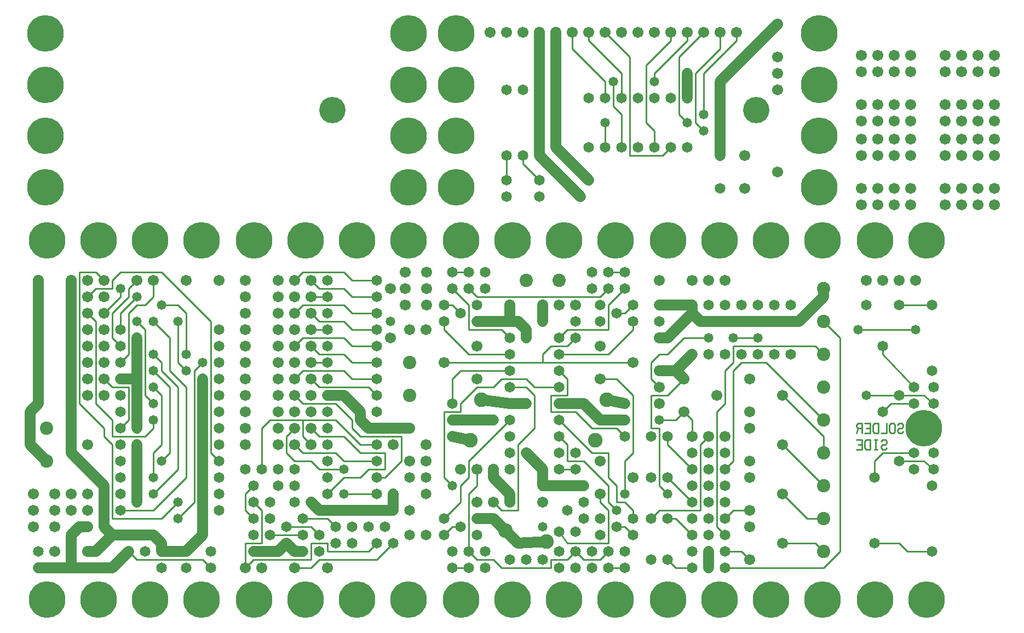
<source format=gbl>
%MOIN*%
%FSLAX25Y25*%
G04 D10 used for Character Trace; *
G04     Circle (OD=.01000) (No hole)*
G04 D11 used for Power Trace; *
G04     Circle (OD=.06700) (No hole)*
G04 D12 used for Signal Trace; *
G04     Circle (OD=.01100) (No hole)*
G04 D13 used for Via; *
G04     Circle (OD=.05800) (Round. Hole ID=.02800)*
G04 D14 used for Component hole; *
G04     Circle (OD=.06500) (Round. Hole ID=.03500)*
G04 D15 used for Component hole; *
G04     Circle (OD=.06700) (Round. Hole ID=.04300)*
G04 D16 used for Component hole; *
G04     Circle (OD=.08100) (Round. Hole ID=.05100)*
G04 D17 used for Component hole; *
G04     Circle (OD=.08900) (Round. Hole ID=.05900)*
G04 D18 used for Component hole; *
G04     Circle (OD=.11300) (Round. Hole ID=.08300)*
G04 D19 used for Component hole; *
G04     Circle (OD=.16000) (Round. Hole ID=.13000)*
G04 D20 used for Component hole; *
G04     Circle (OD=.18300) (Round. Hole ID=.15300)*
G04 D21 used for Component hole; *
G04     Circle (OD=.22291) (Round. Hole ID=.19291)*
%ADD10C,.01000*%
%ADD11C,.06700*%
%ADD12C,.01100*%
%ADD13C,.05800*%
%ADD14C,.06500*%
%ADD15C,.06700*%
%ADD16C,.08100*%
%ADD17C,.08900*%
%ADD18C,.11300*%
%ADD19C,.16000*%
%ADD20C,.18300*%
%ADD21C,.22291*%
%IPPOS*%
%LPD*%
G90*X0Y0D02*D21*X15625Y15625D03*D15*              
X30000Y35000D03*D11*X10000D01*D14*D03*D15*        
X20000Y45000D03*D14*X10000D03*D11*X30000Y35000D02*
Y55000D01*Y35000D02*X55000D01*D14*D03*D11*        
X65000Y45000D01*D14*D03*D12*X70000Y40000D01*      
X110000D01*X115000Y35000D01*D14*D03*Y45000D03*    
X100000D03*D11*X85000D01*D14*D03*D11*Y50000D01*   
X80000Y55000D01*X55000D01*D14*D03*D11*            
X45000Y45000D01*X40000D01*D15*D03*D11*            
X30000Y55000D02*X35000Y60000D01*X40000D01*D15*D03*
X30000Y70000D03*D11*X55000Y55000D02*              
X50000Y60000D01*Y85000D01*X30000Y105000D01*       
Y140000D01*D15*D03*D11*Y150000D01*D15*D03*D11*    
Y160000D01*D15*D03*D11*Y170000D01*D15*D03*D11*    
Y180000D01*D15*D03*D11*Y190000D01*D15*D03*D11*    
Y200000D01*D15*D03*D11*Y210000D01*D15*D03*D12*    
X35000Y135000D02*Y215000D01*X50000Y120000D02*     
X35000Y135000D01*X50000Y115000D02*Y120000D01*     
X55000Y110000D02*X50000Y115000D01*X55000Y65000D02*
Y110000D01*Y65000D02*X85000D01*X95000Y75000D01*   
D13*D03*D12*Y65000D02*X105000Y75000D01*D13*       
X95000Y65000D03*D12*X105000Y75000D02*Y155000D01*  
X110000Y160000D01*D13*D03*D14*X120000Y150000D03*  
Y170000D03*D13*X100000Y165000D03*D12*Y190000D01*  
X95000Y195000D01*X85000D01*D13*D03*D12*X75000D02* 
X80000Y200000D01*X70000Y195000D02*X75000D01*      
X65000Y190000D02*X70000Y195000D01*                
X65000Y165000D02*Y190000D01*X60000Y160000D02*     
X65000Y165000D01*D14*X60000Y160000D03*D11*        
X70000Y120000D02*Y150000D01*D13*Y120000D03*D12*   
X55000Y115000D02*X75000D01*X55000D02*Y125000D01*  
X45000Y135000D01*Y185000D01*X40000Y190000D01*D15* 
D03*X50000Y180000D03*Y200000D03*Y190000D03*D12*   
X60000Y200000D01*Y205000D01*D13*D03*D12*          
X55000Y190000D02*X65000Y200000D01*                
X55000Y175000D02*Y190000D01*X60000Y170000D02*     
X55000Y175000D01*D14*X60000Y170000D03*D15*        
X50000Y160000D03*D14*X60000Y180000D03*D12*        
Y190000D01*X70000Y200000D01*D13*D03*D12*X65000D02*
Y205000D01*X70000Y210000D01*D15*D03*D12*          
X80000Y200000D02*Y210000D01*D15*D03*D12*          
X115000Y185000D02*X85000Y215000D01*               
X115000Y105000D02*Y185000D01*X120000Y100000D02*   
X115000Y105000D01*D14*X120000Y100000D03*          
Y110000D03*Y90000D03*Y120000D03*Y80000D03*D12*    
X80000Y70000D02*X100000Y90000D01*X60000Y70000D02* 
X80000D01*D14*X60000D03*Y80000D03*D13*            
X70000Y75000D03*D11*Y110000D01*D13*D03*D12*       
X75000Y115000D02*X80000Y120000D01*Y125000D01*D13* 
D03*Y135000D03*D12*X75000Y140000D01*Y180000D01*   
X70000Y185000D01*D13*D03*X80000D03*D12*           
X90000Y175000D01*Y155000D01*X100000Y145000D01*    
Y90000D01*X80000Y80000D02*X95000Y95000D01*D13*    
X80000Y80000D03*Y90000D03*D12*Y105000D01*         
X85000Y110000D01*Y140000D01*X80000Y145000D01*D13* 
D03*D12*X95000D02*X85000Y155000D01*               
X95000Y95000D02*Y145000D01*D13*X85000Y100000D03*  
D12*X90000Y105000D01*Y145000D01*X80000Y155000D01* 
D13*D03*D12*X85000D02*Y160000D01*X80000Y165000D01*
D13*D03*X70000Y175000D03*D11*Y150000D01*X60000D01*
D14*D03*D12*X65000Y125000D02*Y145000D01*          
X60000Y120000D02*X65000Y125000D01*D14*            
X60000Y120000D03*Y130000D03*Y110000D03*D15*       
X40000Y140000D03*D14*X60000D03*Y100000D03*D15*    
X50000Y140000D03*X40000Y110000D03*D12*            
X55000Y145000D02*X65000D01*X55000D02*             
X50000Y150000D01*D15*D03*X40000Y160000D03*        
Y150000D03*X50000Y170000D03*X40000D03*Y180000D03* 
D16*X15000Y120000D03*D15*X10000Y190000D03*D11*    
Y180000D01*D15*D03*D11*Y170000D01*D15*D03*D11*    
Y160000D01*D15*D03*D11*Y150000D01*D15*D03*D11*    
Y140000D01*D15*D03*D11*Y135000D01*X5000Y130000D01*
Y110000D01*X15000Y100000D01*D16*D03*D15*          
X7000Y80000D03*X20000D03*X30000D03*X40000D03*     
X7000Y70000D03*X20000D03*X40000D03*X7000Y60000D03*
X20000D03*D14*X60000Y90000D03*X75000Y45000D03*    
X85000Y35000D03*D12*X100000Y155000D02*            
X95000Y160000D01*D13*X100000Y155000D03*D12*       
X95000Y160000D02*Y185000D01*D13*D03*D14*          
X120000Y160000D03*D15*Y210000D03*D14*Y180000D03*  
D15*X100000Y210000D03*D12*X60000Y215000D02*       
X85000D01*X55000Y210000D02*X60000Y215000D01*      
X55000Y205000D02*Y210000D01*X45000Y205000D02*     
X55000D01*X40000Y200000D02*X45000Y205000D01*D15*  
X40000Y200000D03*X50000Y210000D03*D12*            
X45000Y215000D01*X35000D01*D15*X40000Y210000D03*  
D21*X15625Y234375D03*X46875D03*D11*               
X10000Y190000D02*Y200000D01*D15*D03*D11*          
Y210000D01*D15*D03*D21*X78125Y234375D03*D13*      
X110000Y150000D03*D11*Y55000D01*X100000Y45000D01* 
D14*Y35000D03*X120000Y70000D03*D21*               
X78125Y15625D03*X109375D03*X46875D03*D14*         
X120000Y130000D03*Y140000D03*D21*                 
X109375Y234375D03*G90*X1000Y0D02*D15*             
X136000Y35000D03*D12*X141000Y40000D01*X176000D01* 
Y50000D01*X186000D01*Y45000D01*X211000D01*        
X216000Y50000D01*D14*D03*X221000Y60000D03*        
X226000Y50000D03*D12*X216000Y40000D01*X181000D01* 
X176000Y35000D01*X166000D01*D15*D03*D11*          
X151000Y45000D02*X156000D01*D14*X151000D03*D11*   
X141000D01*D14*D03*D12*X136000Y50000D02*          
X146000D01*X136000Y35000D02*Y50000D01*D15*        
X146000Y35000D03*D12*Y50000D02*Y70000D01*         
X141000Y75000D01*D14*D03*D12*X136000Y70000D02*    
Y80000D01*X141000Y65000D02*X136000Y70000D01*D14*  
X141000Y65000D03*X151000Y55000D03*D12*X171000D01* 
D14*D03*D12*X181000D02*X176000Y60000D01*D14*      
X181000Y55000D03*D12*X161000Y60000D02*X176000D01* 
D14*X161000D03*X151000Y65000D03*X161000Y50000D03* 
D11*X156000Y45000D01*X166000D02*X161000Y50000D01* 
X166000Y45000D02*X171000D01*D13*D03*D14*          
X181000D03*D15*X186000Y35000D03*D12*              
X191000Y60000D02*X186000Y65000D01*D14*            
X191000Y60000D03*D12*X171000Y65000D02*X186000D01* 
D14*X171000D03*X176000Y75000D03*D11*              
X181000Y70000D01*X191000D01*D14*D03*D11*          
X226000D01*D14*D03*D11*Y80000D01*D14*D03*         
X236000Y70000D03*Y90000D03*X216000D03*D12*        
X221000D01*X231000Y100000D01*Y115000D01*          
X206000D01*X201000Y120000D01*Y125000D01*          
X191000Y135000D01*X171000D01*X166000Y140000D01*   
D15*D03*X176000Y130000D03*Y150000D03*D12*         
X181000Y145000D01*X211000D01*X216000Y140000D01*   
D14*D03*D11*X206000Y125000D02*Y130000D01*         
X211000Y120000D02*X206000Y125000D01*              
X211000Y120000D02*X216000D01*D14*D03*D11*         
X236000D01*D15*D03*X246000Y110000D03*X226000D03*  
D12*X221000Y95000D02*Y105000D01*X211000Y95000D02* 
X221000D01*X206000Y90000D02*X211000Y95000D01*     
X196000Y90000D02*X206000D01*X186000Y80000D02*     
X196000Y90000D01*D14*X186000Y80000D03*D13*        
X196000D03*D12*X216000D01*D14*D03*D15*            
X236000Y100000D03*D12*X196000D02*X216000D01*D14*  
D03*D12*X206000Y105000D02*X221000D01*X206000D02*  
X196000Y115000D01*X181000D01*X176000Y120000D01*   
D15*D03*D12*X171000Y115000D02*Y125000D01*         
X176000Y110000D02*X171000Y115000D01*D15*          
X176000Y110000D03*D12*X171000Y105000D02*          
X191000D01*X196000Y100000D01*D13*Y95000D03*D12*   
X181000D01*X176000Y100000D01*X166000D01*          
X161000Y105000D01*Y115000D01*X166000Y120000D01*   
D15*D03*D12*X151000Y125000D02*X171000D01*         
X146000Y120000D02*X151000Y125000D01*              
X146000Y95000D02*Y120000D01*D14*Y95000D03*        
X156000Y85000D03*X141000D03*D12*X136000Y80000D01* 
D14*X151000Y75000D03*X136000Y95000D03*X156000D03* 
X141000Y55000D03*D15*X166000Y110000D03*D12*       
X171000Y105000D01*D14*X166000Y95000D03*           
X186000Y90000D03*Y120000D03*D15*X156000D03*D14*   
X186000Y100000D03*D15*X156000Y110000D03*D14*      
X186000D03*D12*X206000D02*X191000Y125000D01*      
X206000Y110000D02*X216000D01*D14*D03*Y130000D03*  
D11*X206000D02*X196000Y140000D01*X186000D01*D14*  
D03*Y150000D03*D15*X176000Y140000D03*D14*         
X186000Y130000D03*D12*X166000Y150000D02*          
X171000Y155000D01*D15*X166000Y150000D03*D12*      
X171000Y155000D02*X196000D01*X201000Y150000D01*   
X216000D01*D14*D03*Y160000D03*D12*X201000D01*     
X196000Y165000D01*X181000D01*X176000Y170000D01*   
D15*D03*D12*X166000D02*X171000Y175000D01*D15*     
X166000Y170000D03*D12*X171000Y175000D02*          
X196000D01*X201000Y170000D01*X216000D01*D14*D03*  
Y180000D03*D12*X201000D01*X196000Y185000D01*      
X181000D01*X176000Y190000D01*D15*D03*D12*         
X166000D02*X171000Y195000D01*D15*                 
X166000Y190000D03*D12*X171000Y195000D02*          
X196000D01*X201000Y190000D01*X216000D01*D14*D03*  
D13*X224500Y185000D03*D14*X216000Y200000D03*D12*  
X201000D01*X196000Y205000D01*X181000D01*          
X176000Y210000D01*D15*D03*D12*X166000D02*         
X171000Y215000D01*D15*X166000Y210000D03*D12*      
X171000Y215000D02*X196000D01*X201000Y210000D01*   
X216000D01*D14*D03*D15*X224500Y205000D03*         
X233500Y195000D03*Y205000D03*Y215000D03*D21*      
X235375Y234375D03*X204125D03*D15*                 
X246000Y180000D03*D14*X186000D03*D12*X176000D01*  
D15*D03*D14*X186000Y170000D03*Y190000D03*D15*     
X166000Y180000D03*X156000Y200000D03*Y160000D03*   
D14*X186000Y200000D03*D12*X176000D01*D15*D03*D14* 
X186000Y210000D03*D15*X166000Y200000D03*          
X156000Y180000D03*Y210000D03*Y190000D03*          
Y170000D03*D21*X141625Y234375D03*X172875D03*D15*  
X136000Y160000D03*Y210000D03*X166000Y160000D03*   
X136000Y200000D03*X176000Y160000D03*D12*          
X186000D01*D14*D03*D15*X156000Y130000D03*         
X166000D03*X156000Y150000D03*Y140000D03*D12*      
X171000Y125000D02*X191000D01*D14*X166000Y85000D03*
D16*X236000Y140000D03*Y160000D03*D15*             
X224500Y175000D03*D14*X166000Y75000D03*D15*       
X136000Y180000D03*D14*X246000Y80000D03*D15*       
X236000Y180000D03*X136000Y170000D03*D14*          
X246000Y90000D03*D15*Y100000D03*X136000Y150000D03*
Y140000D03*Y130000D03*Y120000D03*Y110000D03*D14*  
X201000Y60000D03*X211000D03*D15*X136000Y190000D03*
X246500Y195000D03*D14*X236000Y55000D03*X246000D03*
X191000Y50000D03*X201000D03*D15*X246500Y205000D03*
Y215000D03*D21*X141625Y15625D03*X172875D03*       
X204125D03*X235375D03*G90*X2000Y0D02*D14*         
X257000Y55000D03*D12*X262000Y60000D01*X267000D01* 
D14*D03*X277000Y55000D03*X257000Y65000D03*D12*    
X267000Y75000D01*Y85000D01*X272000Y90000D01*      
Y100000D01*X297000Y125000D01*D14*D03*D13*         
X307000Y135000D03*D11*X297000D01*D14*D03*D11*     
X279700Y137400D01*D17*D03*D13*X287000Y125000D03*  
D11*X262000D01*D14*D03*D12*X257000Y130000D02*     
X267000D01*X257000Y90000D02*Y130000D01*           
X262000Y85000D02*X257000Y90000D01*D13*            
X262000Y85000D03*D12*X272000Y45000D02*Y80000D01*  
D14*Y45000D03*D12*X277000Y40000D01*X287000D01*    
X292000Y35000D01*X322000D01*Y40000D01*X332000D01* 
X337000Y45000D01*D14*D03*D12*X342000Y40000D01*    
X352000D01*X357000Y45000D01*D14*D03*D12*          
X332000Y50000D02*X357000D01*X332000D02*           
X327000Y57000D01*D14*D03*D13*X317000Y60000D03*D14*
X337000Y57000D03*X327000Y45000D03*D17*            
X319400Y51000D03*D11*X302000Y50000D01*            
X294600Y57700D01*D17*D03*D11*X287000Y65000D01*    
X277000D01*D14*D03*D15*X287000Y75000D03*D12*      
X292000Y70000D01*X302000D01*Y110000D01*           
X312000Y120000D01*Y140000D01*X307000Y145000D01*   
X297000D01*D14*D03*D12*X287000D02*                
X292000Y150000D01*X277000Y145000D02*X287000D01*   
X267000Y135000D02*X277000Y145000D01*              
X267000Y130000D02*Y135000D01*D14*X262000D03*D12*  
Y150000D01*X267000Y155000D01*X297000D01*D14*D03*  
D12*X292000Y150000D02*X307000D01*                 
X312000Y145000D01*X327000D01*D14*D03*D12*         
X322000Y140000D02*X332000D01*X322000Y130000D02*   
Y140000D01*Y130000D02*X337000D01*                 
X347000Y120000D01*X362000D01*X367000Y115000D01*   
D14*D03*D12*X357000Y90000D02*Y105000D01*          
X362000Y85000D02*X357000Y90000D01*                
X362000Y75000D02*Y85000D01*Y75000D02*X367000D01*  
X372000Y70000D01*Y65000D01*D14*D03*D12*Y55000D02* 
X367000Y60000D01*D14*X372000Y55000D03*D12*        
X362000Y60000D02*X367000D01*D14*X362000D03*       
X352000Y65000D03*D12*X357000Y50000D02*Y70000D01*  
X352000Y75000D01*Y80000D01*D15*D03*D12*           
X362000Y70000D02*X357000Y75000D01*D13*            
X362000Y70000D03*D12*X357000Y75000D02*Y85000D01*  
X342000Y100000D01*X332000D01*Y110000D01*          
X327000Y115000D01*D14*D03*X337000Y105000D03*      
X327000Y125000D03*D12*X347000Y105000D01*          
X357000D01*D15*X352000Y100000D03*D12*             
X367000Y80000D02*Y100000D01*D13*Y80000D03*D15*    
X372000Y90000D03*D12*X367000Y100000D02*           
X372000Y105000D01*Y140000D01*X362000Y150000D01*   
X352000D01*D15*D03*D14*X367000Y135000D03*D11*     
X356000Y137400D01*D17*D03*D14*X367000Y125000D03*  
D11*X352000D01*X342000Y135000D01*X327000D01*D14*  
D03*D12*X332000Y140000D02*Y150000D01*             
X327000Y155000D01*D14*D03*D12*X317000Y160000D02*  
Y165000D01*X257000Y160000D02*X317000D01*D15*      
X257000D03*D12*X272000Y165000D02*X297000D01*D14*  
D03*D13*X307000Y175000D03*D11*Y180000D01*         
X302000Y185000D01*X297000D01*D14*D03*D11*         
X277000D01*D14*D03*D12*X272000Y180000D02*         
X292000D01*X297000Y175000D01*D14*D03*D11*         
Y185000D02*Y195000D01*D15*D03*D16*                
X307000Y210000D03*D14*X282000Y205000D03*          
X317000Y185000D03*D11*Y195000D01*D15*D03*         
X327000D03*D12*Y175000D02*X332000Y180000D01*D14*  
X327000Y175000D03*D12*X322000Y170000D02*          
X332000D01*X317000Y165000D02*X322000Y170000D01*   
X317000Y160000D02*X372000D01*D15*D03*D12*         
X327000Y165000D02*X357000D01*D14*X327000D03*D12*  
X332000Y170000D02*X337000Y175000D01*D14*D03*D12*  
X332000Y180000D02*X357000D01*Y195000D01*          
X367000Y205000D01*D14*D03*X357000Y215000D03*D12*  
X367000D01*D14*D03*X357000Y205000D03*D12*         
X352000Y200000D01*X277000D01*X272000Y205000D01*   
D14*D03*X282000Y215000D03*X262000D03*D12*         
X272000D01*D14*D03*X262000Y205000D03*D12*         
X272000Y195000D01*Y180000D01*D14*                 
X267000Y190000D03*D12*X262000Y195000D01*          
X257000D01*D14*D03*Y185000D03*D12*Y180000D01*     
X272000Y165000D01*D15*X277000Y170000D03*          
Y150000D03*D14*Y195000D03*X262000Y115000D03*D11*  
X273000Y112600D01*D17*D03*D15*X267000Y95000D03*   
X277000D03*D12*Y85000D01*X272000Y80000D01*D15*    
X277000Y75000D03*X287000Y95000D03*D11*Y90000D01*  
X297000Y80000D01*Y75000D01*D15*D03*D11*           
X317000Y85000D02*Y95000D01*D13*Y85000D03*D11*     
X342000D01*D13*D03*D14*Y75000D03*X337000Y95000D03*
D12*X327000D01*D14*D03*Y105000D03*D11*            
X317000Y95000D02*X307000Y105000D01*D13*D03*D14*   
X297000Y115000D03*Y95000D03*Y105000D03*D15*       
X317000Y75000D03*D14*X332000Y70000D03*            
X342000Y65000D03*D17*X349300Y112600D03*D14*       
X352000Y55000D03*X367000Y45000D03*D12*            
X357000Y165000D02*X372000Y180000D01*Y185000D01*   
D14*D03*D12*X362000Y190000D02*X367000D01*D14*     
X362000D03*D12*X367000D02*X372000Y195000D01*D14*  
D03*X352000D03*Y185000D03*X347000Y215000D03*D15*  
X352000Y170000D03*D14*X347000Y205000D03*D15*      
X337000Y195000D03*D14*Y185000D03*D21*             
X330125Y234375D03*X361375D03*D16*                 
X327000Y210000D03*D21*X298875Y234375D03*          
X267625D03*D14*X262000Y45000D03*X282000D03*       
X347000D03*X297000Y40000D03*X307000D03*X317000D03*
X262000Y35000D03*D12*X272000D01*D14*D03*          
X282000D03*D21*X267625Y15625D03*X298875D03*D14*   
X327000Y35000D03*D21*X330125Y15625D03*D14*        
X337000Y35000D03*X347000D03*X357000D03*D12*       
X367000D01*D14*D03*D21*X361375Y15625D03*G90*      
X3000Y0D02*D14*X383000Y40000D03*Y65000D03*D12*    
X388000Y70000D01*X413000D01*Y110000D01*           
X418000Y115000D01*D15*D03*D14*X428000Y105000D03*  
D12*X408000Y115000D02*Y125000D01*D15*Y115000D03*  
D14*X418000Y105000D03*D12*X388000Y125000D02*      
X398000D01*D13*X388000D03*D12*X383000Y120000D02*  
X388000D01*Y85000D01*X393000Y80000D01*D13*D03*D14*
X383000Y90000D03*X393000D03*D12*X408000Y75000D01* 
D14*D03*X418000Y65000D03*Y85000D03*D12*           
X408000Y55000D02*X398000Y65000D01*D14*            
X408000Y55000D03*X418000Y45000D03*D11*Y35000D01*  
D14*D03*X428000Y45000D03*D12*X438000D01*          
X443000Y40000D01*D15*D03*D14*X428000Y55000D03*D12*
X423000Y60000D01*Y130000D01*X428000Y135000D01*    
Y155000D01*X433000Y160000D01*Y170000D01*          
X483000D01*X488000Y165000D01*D16*D03*D12*         
X498000Y45000D02*Y175000D01*X488000Y35000D02*     
X498000Y45000D01*X428000Y35000D02*X488000D01*D14* 
X428000D03*X408000Y45000D03*D21*X424875Y15625D03* 
D14*X408000Y35000D03*D12*X398000D01*              
X393000Y40000D01*D14*D03*X408000Y65000D03*D12*    
X393000D02*X398000D01*D14*X393000D03*             
X408000Y85000D03*X418000Y55000D03*Y75000D03*      
Y95000D03*X408000D03*D12*X393000Y110000D01*       
Y115000D01*D14*D03*D12*X398000Y125000D02*         
X403000Y130000D01*D15*D03*D12*X408000Y125000D01*  
D15*X423000Y140000D03*D12*X383000D02*X393000D01*  
X383000Y120000D02*Y140000D01*D14*Y115000D03*D15*  
X388000Y135000D03*D12*X393000Y140000D02*          
X403000Y150000D01*D15*D03*D11*X398000Y155000D01*  
X388000D01*D15*D03*D12*X383000Y150000D02*         
Y160000D01*X388000Y145000D02*X383000Y150000D01*   
D15*X388000Y145000D03*D11*X398000Y155000D02*      
X408000Y165000D01*D14*D03*D13*X418000Y175000D03*  
D12*X403000D01*X393000Y165000D01*X388000D01*      
X383000Y160000D01*D11*X388000Y175000D02*          
X393000D01*D15*X388000D03*D11*X393000D02*         
X408000Y190000D01*X413000Y185000D01*X473000D01*   
X488000Y200000D01*Y205000D01*D16*D03*Y185000D03*  
D12*X498000Y175000D01*D14*X468000Y195000D03*D16*  
X488000Y145000D03*D14*X468000Y165000D03*D15*      
X463000Y140000D03*D12*X488000Y115000D01*          
Y105000D01*D16*D03*Y125000D03*D12*                
X453000Y160000D01*X438000D01*X433000Y155000D01*   
Y100000D01*X428000Y95000D01*D14*D03*Y85000D03*D15*
X443000Y90000D03*Y100000D03*D14*X408000Y105000D03*
D15*X428000Y115000D03*D14*Y75000D03*D15*          
X443000Y120000D03*D12*X428000Y65000D02*           
X433000Y70000D01*D14*X428000Y65000D03*D12*        
X433000Y70000D02*X443000D01*D15*D03*Y60000D03*    
X463000Y50000D03*D12*X483000D01*X488000Y45000D01* 
D16*D03*Y65000D03*D12*X478000D01*X463000Y80000D01*
D15*D03*D16*X488000Y85000D03*D12*                 
X463000Y110000D01*D15*D03*X443000Y130000D03*      
Y150000D03*D14*X458000Y165000D03*X448000D03*      
X438000D03*X428000D03*X418000D03*D13*             
X448000Y175000D03*D12*X433000D01*D13*D03*D14*     
X448000Y195000D03*X438000D03*X428000D03*          
X418000D03*X408000D03*D11*Y190000D01*             
X388000Y195000D02*X408000D01*D14*X388000D03*      
Y185000D03*D15*Y210000D03*X408000D03*X418000D03*  
D21*X424875Y234375D03*X393625D03*D15*             
X428000Y210000D03*D14*X458000Y195000D03*D21*      
X456125Y234375D03*X487375D03*X393625Y15625D03*    
X456125D03*X487375D03*G90*X0Y1000D02*             
X264375Y266625D03*X235625D03*X14375D03*           
X264375Y297875D03*X235625D03*X14375D03*D14*       
X295000Y261000D03*Y271000D03*D12*Y286000D01*D14*  
D03*D12*X305000D02*Y281000D01*D14*Y286000D03*D12* 
Y281000D02*X315000Y271000D01*D14*D03*Y261000D03*  
D11*Y361000D02*Y286000D01*D15*Y361000D03*         
X325000D03*D11*Y291000D01*X345000Y271000D01*D13*  
D03*X340000Y261000D03*D11*X315000Y286000D01*D14*  
X345000Y291000D03*Y321000D03*X355000Y291000D03*   
D12*Y306000D01*D13*D03*D12*X360000Y331000D02*     
Y316000D01*D13*Y331000D03*D12*X345000Y356000D02*  
X365000Y336000D01*X345000Y361000D02*Y356000D01*   
D15*Y361000D03*D12*X335000D02*Y351000D01*D15*     
Y361000D03*D12*Y351000D02*X355000Y331000D01*      
Y321000D01*D14*D03*D12*X360000Y316000D02*         
X365000Y311000D01*Y291000D01*D14*D03*D12*         
X370000Y346000D02*Y286000D01*X355000Y361000D02*   
X370000Y346000D01*D15*X355000Y361000D03*          
X365000D03*X375000D03*D12*X380000Y341000D02*      
Y306000D01*X385000Y301000D01*Y291000D01*D14*D03*  
D12*X370000Y286000D02*X390000D01*D14*             
X375000Y291000D03*D12*X390000Y286000D02*          
X395000Y291000D01*D14*D03*X405000D03*D12*         
X410000Y336000D02*Y306000D01*Y336000D02*          
X425000Y351000D01*Y361000D01*D15*D03*D12*         
X415000Y336000D02*X435000Y356000D01*              
X415000Y336000D02*Y311000D01*D13*D03*D12*         
X410000Y306000D02*X415000Y301000D01*D13*D03*      
X405000Y306000D03*D12*X400000Y311000D01*          
Y346000D01*X415000Y361000D01*D15*D03*X405000D03*  
D12*Y356000D01*X385000Y336000D01*Y331000D01*D13*  
D03*D14*X395000Y321000D03*X375000D03*X385000D03*  
D12*X380000Y341000D02*X395000Y356000D01*          
Y361000D01*D15*D03*X385000D03*D13*                
X405000Y336000D03*D11*Y321000D01*D14*D03*D11*     
X425000Y331000D02*Y286000D01*D14*D03*D15*         
X440000D03*D14*X425000Y266000D03*D15*X440000D03*  
D19*X447100Y313700D03*D15*X460000Y276000D03*      
Y326000D03*D11*X425000Y331000D02*                 
X460000Y366000D01*D15*D03*Y346000D03*D21*         
X485625Y360375D03*D15*X435000Y361000D03*D12*      
Y356000D01*D15*X460000Y336000D03*D21*             
X485625Y329125D03*Y297875D03*D12*                 
X365000Y336000D02*Y321000D01*D14*D03*D15*         
X305000Y361000D03*D14*Y326000D03*D15*             
X295000Y361000D03*D14*Y326000D03*D15*             
X285000Y361000D03*D21*X264375Y360375D03*          
Y329125D03*X485625Y266625D03*X235625Y360375D03*   
Y329125D03*D19*X189100Y313700D03*D21*             
X14375Y360375D03*Y329125D03*G90*X4000Y0D02*D10*   
X523163Y111914D02*X524000Y112871D01*X525674D01*   
X526511Y111914D01*Y110957D01*X525674Y110000D01*   
X524000D01*X523163Y109043D01*Y108086D01*          
X524000Y107129D01*X525674D01*X526511Y108086D01*   
X519837Y107129D02*Y112871D01*X520674Y107129D02*   
X519000D01*X520674Y112871D02*X519000D01*          
X516511Y107129D02*Y112871D01*X514000D01*          
X513163Y111914D01*Y108086D01*X514000Y107129D01*   
X516511D01*X508163D02*X511511D01*Y112871D01*      
X508163D01*X511511Y110000D02*X509000D01*          
X533163Y121914D02*X534000Y122871D01*X535674D01*   
X536511Y121914D01*Y120957D01*X535674Y120000D01*   
X534000D01*X533163Y119043D01*Y118086D01*          
X534000Y117129D01*X535674D01*X536511Y118086D01*   
X528163D02*X529000Y117129D01*X530674D01*          
X531511Y118086D01*Y121914D01*X530674Y122871D01*   
X529000D01*X528163Y121914D01*Y118086D01*          
X526511Y122871D02*Y117129D01*X523163D01*          
X521511D02*Y122871D01*X519000D01*                 
X518163Y121914D01*Y118086D01*X519000Y117129D01*   
X521511D01*X513163D02*X516511D01*Y122871D01*      
X513163D01*X516511Y120000D02*X514000D01*          
X511511Y117129D02*Y122871D01*X509000D01*          
X508163Y121914D01*Y120957D01*X509000Y120000D01*   
X511511D01*X509000D02*X508163Y117129D01*D13*      
X509000Y180000D03*D12*X544000D01*D13*D03*D14*     
X554000Y195000D03*D12*X534000D01*D14*D03*D15*     
X544000Y210000D03*X534000D03*X524000D03*          
X514000D03*D14*Y195000D03*X524000Y170000D03*D12*  
Y165000D01*X543000Y145000D01*D14*D03*D12*         
X555000Y135000D02*X549000Y140000D01*D14*          
X555000Y135000D03*D12*X534000Y140000D02*          
X549000D01*D14*X534000D03*D12*X514000D01*D13*D03* 
D14*X524000Y130000D03*D12*X529000Y135000D01*      
X543000D01*D14*D03*X555000Y145000D03*D21*         
X549000Y120000D03*D14*X554000Y155000D03*D12*      
X519000Y100000D02*X524000Y105000D01*              
X519000Y90000D02*Y100000D01*D14*Y90000D03*D12*    
X524000Y105000D02*X543000D01*D14*D03*D12*         
X555000Y95000D02*X549000Y100000D01*D14*           
X555000Y95000D03*D12*X534000Y100000D02*X549000D01*
D14*X534000D03*X543000Y95000D03*X554000Y85000D03* 
X555000Y105000D03*X519000Y50000D03*D12*X534000D01*
X539000Y45000D01*X554000D01*D14*D03*D21*          
X550875Y15625D03*X519625D03*X550875Y234375D03*    
X519625D03*G90*X1000Y1000D02*D15*                 
X511000Y256000D03*Y266000D03*Y286000D03*          
Y296000D03*X521000Y256000D03*Y266000D03*          
Y286000D03*Y296000D03*X531000Y256000D03*          
Y266000D03*Y286000D03*Y296000D03*                 
X541000Y256000D03*Y266000D03*Y286000D03*          
Y296000D03*G90*X1000Y2000D02*X511000Y307000D03*   
Y317000D03*Y337000D03*Y347000D03*                 
X521000Y307000D03*Y317000D03*Y337000D03*          
Y347000D03*X531000Y307000D03*Y317000D03*          
Y337000D03*Y347000D03*X541000Y307000D03*          
Y317000D03*Y337000D03*Y347000D03*G90*             
X2000Y1000D02*X562000Y256000D03*Y266000D03*       
Y286000D03*Y296000D03*X572000Y256000D03*          
Y266000D03*Y286000D03*Y296000D03*                 
X582000Y256000D03*Y266000D03*Y286000D03*          
Y296000D03*X592000Y256000D03*Y266000D03*          
Y286000D03*Y296000D03*G90*X2000Y2000D02*          
X562000Y307000D03*Y317000D03*Y337000D03*          
Y347000D03*X572000Y307000D03*Y317000D03*          
Y337000D03*Y347000D03*X582000Y307000D03*          
Y317000D03*Y337000D03*Y347000D03*                 
X592000Y307000D03*Y317000D03*Y337000D03*          
Y347000D03*M02*                                   

</source>
